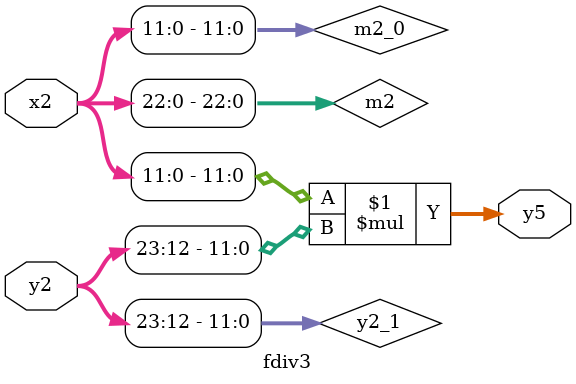
<source format=sv>
`default_nettype none

module fdiv3(
  input wire [31:0] x2,
  input wire [23:0] y2,
  output wire [23:0] y5 );

  wire [22:0] m2;
  assign m2 = x2[22:0];

  wire [11:0] m2_0, y2_1;
  assign m2_0 = m2[11:0];
  assign y2_1 = y2[23:12];

  assign y5 = m2_0 * y2_1;
endmodule

`default_nettype wire

</source>
